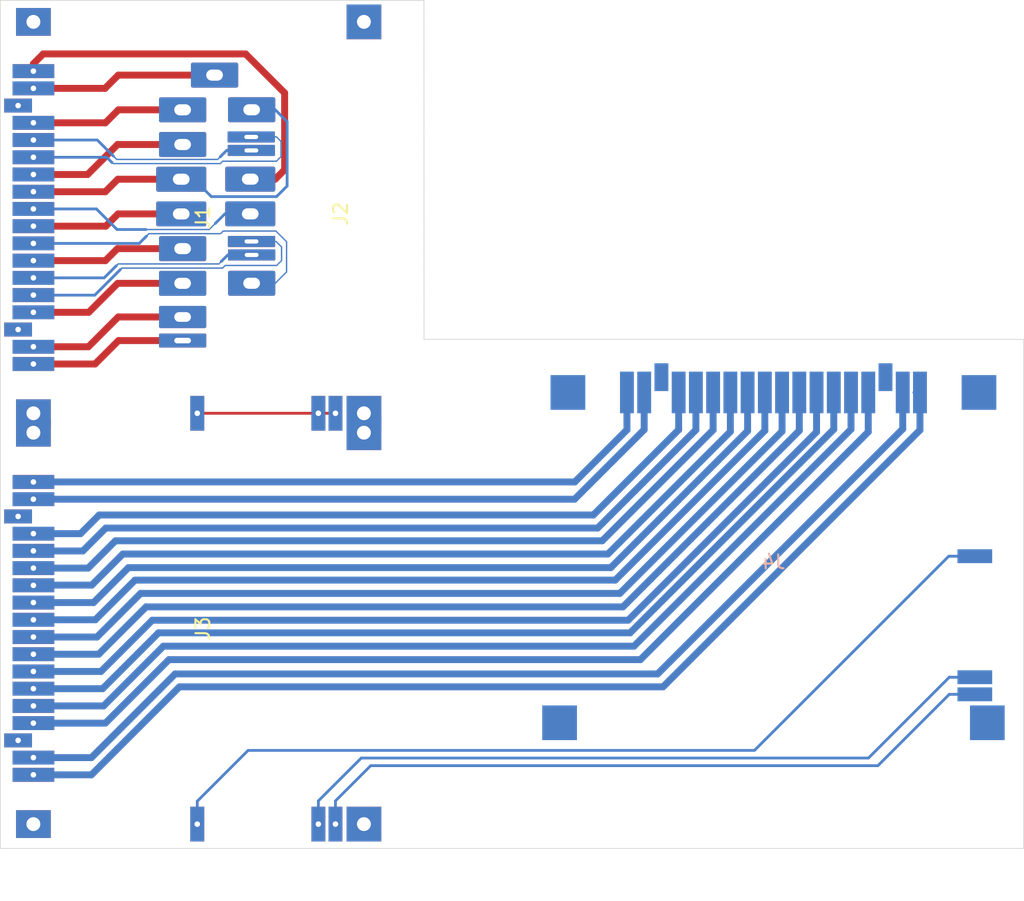
<source format=kicad_pcb>
(kicad_pcb (version 20241229) (generator "pcbnew") (generator_version "9.0")
  (layers (0 "F.Cu" signal) (2 "B.Cu" signal) (13 "F.Paste" user) (15 "B.Paste" user) (5 "F.SilkS" user "F.Silkscreen") (7 "B.SilkS" user "B.Silkscreen") (1 "F.Mask" user) (3 "B.Mask" user) (25 "Edge.Cuts" user))
  (net 0 "")
  (net 1 "Net-(J1-DAT2)")
  (net 2 "Net-(J1-CD{slash}DAT3)")
  (net 3 "Net-(J1-DAT0)")
  (net 4 "Net-(J1-VDD2)")
  (net 5 "Net-(J1-CMD)")
  (net 6 "Net-(J1-DAT1)")
  (net 7 "Net-(J1-VDD)")
  (net 8 "Net-(J1-CLK)")
  (net 9 "Net-(J3-DAT2)")
  (net 10 "Net-(J1-D0-)")
  (net 11 "Net-(J3-DAT1)")
  (net 12 "Net-(J3-CLK)")
  (net 13 "Net-(J3-VDD)")
  (net 14 "Net-(J3-CD{slash}DAT3)")
  (net 15 "Net-(J3-DAT0)")
  (net 16 "Net-(J3-CMD)")
  (net 17 "Net-(J1-VSS4)")
  (net 18 "Net-(J1-Name)")
  (net 19 "Net-(J1-VSS1)")
  (net 20 "Net-(J1-VSS2)")
  (net 21 "Net-(J1-D0+)")
  (net 22 "Net-(J1-D1+)")
  (net 23 "Net-(J1-D1-)")
  (net 24 "Net-(J3-VSS2)")
  (net 25 "Net-(J3-VSS4)")
  (net 26 "Net-(J3-Name)")
  (net 27 "Net-(J3-VSS1)")
  (net 28 "Net-(J3-D0+)")
  (net 29 "Net-(J3-D1-)")
  (net 30 "Net-(J3-D0-)")
  (net 31 "Net-(J3-VDD2)")
  (net 32 "Net-(J3-D1+)")
  (net 33 "Net-(J3-WRITE_PROTECT)")
  (net 34 "Net-(J1-CARD_DETECT)")
  (net 35 "Net-(J3-COMMON)")
  (net 36 "Net-(J3-CARD_DETECT)")
  (footprint "Leica-G9ii:SD_Card_Socket_UHS-II_Extender" (layer "F.Cu") (at 86.78 109.25 90)
    (property "Reference" "J3" (at -0.01 -2.69 90) (layer "F.SilkS"))
    (property "Value" "SD_Card_Device")
    (pad "1" thru_hole rect (at 6.826471 -14.9 90) (size 1 3) (drill 0.4) (layers "*.Cu" "*.Mask") (net 14 "Net-(J3-CD{slash}DAT3)"))
    (pad "2" thru_hole rect (at 3.102941 -14.9 90) (size 1 3) (drill 0.4) (layers "*.Cu" "*.Mask") (net 16 "Net-(J3-CMD)"))
    (pad "3" thru_hole rect (at 1.861765 -14.9 90) (size 1 3) (drill 0.4) (layers "*.Cu" "*.Mask") (net 27 "Net-(J3-VSS1)"))
    (pad "4" thru_hole rect (at -0.620588 -14.9 90) (size 1 3) (drill 0.4) (layers "*.Cu" "*.Mask") (net 13 "Net-(J3-VDD)"))
    (pad "5" thru_hole rect (at -3.102941 -14.9 90) (size 1 3) (drill 0.4) (layers "*.Cu" "*.Mask") (net 12 "Net-(J3-CLK)"))
    (pad "6" thru_hole rect (at -6.826471 -14.9 90) (size 1 3) (drill 0.4) (layers "*.Cu" "*.Mask") (net 24 "Net-(J3-VSS2)"))
    (pad "7" thru_hole rect (at -9.308824 -14.9 90) (size 1 3) (drill 0.4) (layers "*.Cu" "*.Mask") (net 15 "Net-(J3-DAT0)"))
    (pad "8" thru_hole rect (at -10.55 -14.9 90) (size 1 3) (drill 0.4) (layers "*.Cu" "*.Mask") (net 11 "Net-(J3-DAT1)"))
    (pad "9" thru_hole rect (at 9.308824 -14.9 90) (size 1 3) (drill 0.4) (layers "*.Cu" "*.Mask") (net 9 "Net-(J3-DAT2)"))
    (pad "11" thru_hole rect (at 4.344118 -14.9 90) (size 1 3) (drill 0.4) (layers "*.Cu" "*.Mask") (net 28 "Net-(J3-D0+)"))
    (pad "12" thru_hole rect (at 5.585294 -14.9 90) (size 1 3) (drill 0.4) (layers "*.Cu" "*.Mask") (net 30 "Net-(J3-D0-)"))
    (pad "13" thru_hole rect (at 10.55 -14.9 90) (size 1 3) (drill 0.4) (layers "*.Cu" "*.Mask") (net 25 "Net-(J3-VSS4)"))
    (pad "14" thru_hole rect (at 0.620588 -14.9 90) (size 1 3) (drill 0.4) (layers "*.Cu" "*.Mask") (net 31 "Net-(J3-VDD2)"))
    (pad "15" thru_hole rect (at -5.585294 -14.9 90) (size 1 3) (drill 0.4) (layers "*.Cu" "*.Mask") (net 29 "Net-(J3-D1-)"))
    (pad "16" thru_hole rect (at -4.344118 -14.9 90) (size 1 3) (drill 0.4) (layers "*.Cu" "*.Mask") (net 32 "Net-(J3-D1+)"))
    (pad "17" thru_hole rect (at -1.861765 -14.9 90) (size 1 3) (drill 0.4) (layers "*.Cu" "*.Mask") (net 26 "Net-(J3-Name)"))
    (pad "CD" thru_hole rect (at -14.1 -3.1 90) (size 2.5 1) (drill 0.4) (layers "*.Cu" "*.Mask") (net 36 "Net-(J3-CARD_DETECT)"))
    (pad "COM" thru_hole rect (at -14.1 6.85 90) (size 2.5 1) (drill 0.4) (layers "*.Cu" "*.Mask") (net 35 "Net-(J3-COMMON)"))
    (pad "SH" thru_hole rect (at -14.1 -14.9 90) (size 2 2.5) (drill 1) (layers "*.Cu" "*.Mask"))
    (pad "SH" thru_hole rect (at -14.1 8.9 90) (size 2.5 2.5) (drill 1) (layers "*.Cu" "*.Mask"))
    (pad "SH" thru_hole rect (at -8.067647 -16 90) (size 1 2) (drill 0.4) (layers "*.Cu" "*.Mask"))
    (pad "SH" thru_hole rect (at 8.067647 -16 90) (size 1 2) (drill 0.4) (layers "*.Cu" "*.Mask"))
    (pad "SH" thru_hole rect (at 14.1 -14.9 90) (size 2 2.5) (drill 1) (layers "*.Cu" "*.Mask"))
    (pad "SH" thru_hole rect (at 14.1 8.9 90) (size 2.5 2.5) (drill 1) (layers "*.Cu" "*.Mask"))
    (pad "WP" thru_hole rect (at -14.1 5.62 90) (size 2.5 1) (drill 0.4) (layers "*.Cu" "*.Mask") (net 33 "Net-(J3-WRITE_PROTECT)"))
  )
  (footprint "Leica-G9ii:SD_Card_Chip_UHS-II" (layer "F.Cu") (at 80.655 79.377473 90)
    (property "Reference" "J2" (at 0 13.35 90) (layer "F.SilkS"))
    (property "Value" "SD_Card_Device")
    (pad "1" thru_hole roundrect (at 7.49 1.97 90) (size 1.8 3.4) (drill oval 0.8 1.2) (layers "*.Cu" "*.Mask") (roundrect_rratio 0.07142857143) (net 2 "Net-(J1-CD{slash}DAT3)") (clearance 0.05))
    (pad "2" thru_hole roundrect (at 4.99 1.97 90) (size 1.8 3.4) (drill oval 0.8 1.2) (layers "*.Cu" "*.Mask") (roundrect_rratio 0.07142857143) (net 5 "Net-(J1-CMD)") (clearance 0.05))
    (pad "3" thru_hole roundrect (at 2.49 1.87 90) (size 1.8 3.6) (drill oval 0.8 1.2) (layers "*.Cu" "*.Mask") (roundrect_rratio 0.07142857143) (net 19 "Net-(J1-VSS1)") (clearance 0.05))
    (pad "4" thru_hole roundrect (at -0.01 1.87 90) (size 1.8 3.6) (drill oval 0.8 1.2) (layers "*.Cu" "*.Mask") (roundrect_rratio 0.07142857143) (net 7 "Net-(J1-VDD)") (clearance 0.05))
    (pad "5" thru_hole roundrect (at -2.51 1.97 90) (size 1.8 3.4) (drill oval 0.8 1.2) (layers "*.Cu" "*.Mask") (roundrect_rratio 0.07142857143) (net 8 "Net-(J1-CLK)") (clearance 0.05))
    (pad "6" thru_hole roundrect (at -5.01 1.97 90) (size 1.8 3.4) (drill oval 0.8 1.2) (layers "*.Cu" "*.Mask") (roundrect_rratio 0.07142857143) (net 20 "Net-(J1-VSS2)") (clearance 0.05))
    (pad "7" thru_hole roundrect (at -7.435 1.97 90) (size 1.6 3.4) (drill oval 0.7 1.2) (layers "*.Cu" "*.Mask") (roundrect_rratio 0.07142857143) (net 3 "Net-(J1-DAT0)") (clearance 0.05))
    (pad "8" thru_hole roundrect (at -9.135 1.97 90) (size 1 3.4) (drill oval 0.4 1.2) (layers "*.Cu" "*.Mask") (roundrect_rratio 0.07142857143) (net 6 "Net-(J1-DAT1)") (clearance 0.05))
    (pad "9" thru_hole roundrect (at 9.99 4.27 90) (size 1.8 3.4) (drill oval 0.8 1.2) (layers "*.Cu" "*.Mask") (roundrect_rratio 0.07142857143) (net 1 "Net-(J1-DAT2)") (clearance 0.05))
    (pad "10" thru_hole roundrect (at 7.495 6.94 90) (size 1.8 3.4) (drill oval 0.8 1.2) (layers "*.Cu" "*.Mask") (roundrect_rratio 0.07142857143) (net 19 "Net-(J1-VSS1)") (clearance 0.05))
    (pad "11" thru_hole roundrect (at 5.535 6.91 90) (size 0.8 3.4) (drill oval 0.3 1) (layers "*.Cu" "*.Mask") (roundrect_rratio 0.07142857143) (net 21 "Net-(J1-D0+)") (clearance 0.05))
    (pad "12" thru_hole roundrect (at 4.565 6.92 90) (size 0.8 3.4) (drill oval 0.3 1) (layers "*.Cu" "*.Mask") (roundrect_rratio 0.07142857143) (net 10 "Net-(J1-D0-)") (clearance 0.05))
    (pad "13" thru_hole roundrect (at 2.495 6.84 90) (size 1.8 3.6) (drill oval 0.8 1.2) (layers "*.Cu" "*.Mask") (roundrect_rratio 0.07142857143) (net 17 "Net-(J1-VSS4)") (clearance 0.05))
    (pad "14" thru_hole roundrect (at -0.005 6.84 90) (size 1.8 3.6) (drill oval 0.8 1.2) (layers "*.Cu" "*.Mask") (roundrect_rratio 0.07142857143) (net 4 "Net-(J1-VDD2)") (clearance 0.05))
    (pad "15" thru_hole roundrect (at -1.995 6.93 90) (size 0.8 3.4) (drill oval 0.3 1) (layers "*.Cu" "*.Mask") (roundrect_rratio 0.07142857143) (net 23 "Net-(J1-D1-)") (clearance 0.05))
    (pad "16" thru_hole roundrect (at -2.965 6.94 90) (size 0.8 3.4) (drill oval 0.3 1) (layers "*.Cu" "*.Mask") (roundrect_rratio 0.07142857143) (net 22 "Net-(J1-D1+)") (clearance 0.05))
    (pad "17" thru_hole roundrect (at -5.005 6.94 90) (size 1.8 3.4) (drill oval 0.8 1.2) (layers "*.Cu" "*.Mask") (roundrect_rratio 0.07142857143) (net 18 "Net-(J1-Name)") (clearance 0.05))
  )
  (footprint "Leica-G9ii:SD_Card_Socket_UHS-II_Extender" (layer "F.Cu") (at 86.78 79.65 90)
    (property "Reference" "J1" (at -0.01 -2.69 90) (layer "F.SilkS"))
    (property "Value" "SD_Card_Device")
    (pad "1" thru_hole rect (at 6.826471 -14.9 90) (size 1 3) (drill 0.4) (layers "*.Cu" "*.Mask") (net 2 "Net-(J1-CD{slash}DAT3)"))
    (pad "2" thru_hole rect (at 3.102941 -14.9 90) (size 1 3) (drill 0.4) (layers "*.Cu" "*.Mask") (net 5 "Net-(J1-CMD)"))
    (pad "3" thru_hole rect (at 1.861765 -14.9 90) (size 1 3) (drill 0.4) (layers "*.Cu" "*.Mask") (net 19 "Net-(J1-VSS1)"))
    (pad "4" thru_hole rect (at -0.620588 -14.9 90) (size 1 3) (drill 0.4) (layers "*.Cu" "*.Mask") (net 7 "Net-(J1-VDD)"))
    (pad "5" thru_hole rect (at -3.102941 -14.9 90) (size 1 3) (drill 0.4) (layers "*.Cu" "*.Mask") (net 8 "Net-(J1-CLK)"))
    (pad "6" thru_hole rect (at -6.826471 -14.9 90) (size 1 3) (drill 0.4) (layers "*.Cu" "*.Mask") (net 20 "Net-(J1-VSS2)"))
    (pad "7" thru_hole rect (at -9.308824 -14.9 90) (size 1 3) (drill 0.4) (layers "*.Cu" "*.Mask") (net 3 "Net-(J1-DAT0)"))
    (pad "8" thru_hole rect (at -10.55 -14.9 90) (size 1 3) (drill 0.4) (layers "*.Cu" "*.Mask") (net 6 "Net-(J1-DAT1)"))
    (pad "9" thru_hole rect (at 9.308824 -14.9 90) (size 1 3) (drill 0.4) (layers "*.Cu" "*.Mask") (net 1 "Net-(J1-DAT2)"))
    (pad "11" thru_hole rect (at 4.344118 -14.9 90) (size 1 3) (drill 0.4) (layers "*.Cu" "*.Mask") (net 21 "Net-(J1-D0+)"))
    (pad "12" thru_hole rect (at 5.585294 -14.9 90) (size 1 3) (drill 0.4) (layers "*.Cu" "*.Mask") (net 10 "Net-(J1-D0-)"))
    (pad "13" thru_hole rect (at 10.55 -14.9 90) (size 1 3) (drill 0.4) (layers "*.Cu" "*.Mask") (net 17 "Net-(J1-VSS4)"))
    (pad "14" thru_hole rect (at 0.620588 -14.9 90) (size 1 3) (drill 0.4) (layers "*.Cu" "*.Mask") (net 4 "Net-(J1-VDD2)"))
    (pad "15" thru_hole rect (at -5.585294 -14.9 90) (size 1 3) (drill 0.4) (layers "*.Cu" "*.Mask") (net 23 "Net-(J1-D1-)"))
    (pad "16" thru_hole rect (at -4.344118 -14.9 90) (size 1 3) (drill 0.4) (layers "*.Cu" "*.Mask") (net 22 "Net-(J1-D1+)"))
    (pad "17" thru_hole rect (at -1.861765 -14.9 90) (size 1 3) (drill 0.4) (layers "*.Cu" "*.Mask") (net 18 "Net-(J1-Name)"))
    (pad "CD" thru_hole rect (at -14.1 -3.1 90) (size 2.5 1) (drill 0.4) (layers "*.Cu" "*.Mask") (net 34 "Net-(J1-CARD_DETECT)"))
    (pad "COM" thru_hole rect (at -14.1 6.85 90) (size 2.5 1) (drill 0.4) (layers "*.Cu" "*.Mask") (net 34 "Net-(J1-CARD_DETECT)"))
    (pad "SH" thru_hole rect (at -14.1 -14.9 90) (size 2 2.5) (drill 1) (layers "*.Cu" "*.Mask"))
    (pad "SH" thru_hole rect (at -14.1 8.9 90) (size 2.5 2.5) (drill 1) (layers "*.Cu" "*.Mask"))
    (pad "SH" thru_hole rect (at -8.067647 -16 90) (size 1 2) (drill 0.4) (layers "*.Cu" "*.Mask"))
    (pad "SH" thru_hole rect (at 8.067647 -16 90) (size 1 2) (drill 0.4) (layers "*.Cu" "*.Mask"))
    (pad "SH" thru_hole rect (at 14.1 -14.9 90) (size 2 2.5) (drill 1) (layers "*.Cu" "*.Mask"))
    (pad "SH" thru_hole rect (at 14.1 8.9 90) (size 2.5 2.5) (drill 1) (layers "*.Cu" "*.Mask"))
    (pad "WP" thru_hole rect (at -14.1 5.62 90) (size 2.5 1) (drill 0.4) (layers "*.Cu" "*.Mask") (net 34 "Net-(J1-CARD_DETECT)"))
  )
  (footprint "Leica-G9ii:SD_Card_Socket_UHS-II_HTK_AXA573062" (layer "B.Cu") (at 125.17 107.15 180)
    (property "Reference" "J4" (at -0.01 2.69 0) (layer "B.SilkS") (effects (justify mirror)))
    (property "Value" "SD_Card_Device")
    (pad "1" smd rect (at 6.826471 14.9 180) (size 1 3) (layers "B.Cu" "B.Mask" "B.Paste") (net 14 "Net-(J3-CD{slash}DAT3)"))
    (pad "2" smd rect (at 3.102941 14.9 180) (size 1 3) (layers "B.Cu" "B.Mask" "B.Paste") (net 16 "Net-(J3-CMD)"))
    (pad "3" smd rect (at 1.861765 14.9 180) (size 1 3) (layers "B.Cu" "B.Mask" "B.Paste") (net 27 "Net-(J3-VSS1)"))
    (pad "4" smd rect (at -0.620588 14.9 180) (size 1 3) (layers "B.Cu" "B.Mask" "B.Paste") (net 13 "Net-(J3-VDD)"))
    (pad "5" smd rect (at -3.102941 14.9 180) (size 1 3) (layers "B.Cu" "B.Mask" "B.Paste") (net 12 "Net-(J3-CLK)"))
    (pad "6" smd rect (at -6.826471 14.9 180) (size 1 3) (layers "B.Cu" "B.Mask" "B.Paste") (net 24 "Net-(J3-VSS2)"))
    (pad "7" smd rect (at -9.308824 14.9 180) (size 1 3) (layers "B.Cu" "B.Mask" "B.Paste") (net 15 "Net-(J3-DAT0)"))
    (pad "8" smd rect (at -10.55 14.9 180) (size 1 3) (layers "B.Cu" "B.Mask" "B.Paste") (net 11 "Net-(J3-DAT1)"))
    (pad "9" smd rect (at 9.308824 14.9 180) (size 1 3) (layers "B.Cu" "B.Mask" "B.Paste") (net 9 "Net-(J3-DAT2)"))
    (pad "11" smd rect (at 4.344118 14.9 180) (size 1 3) (layers "B.Cu" "B.Mask" "B.Paste") (net 28 "Net-(J3-D0+)"))
    (pad "12" smd rect (at 5.585294 14.9 180) (size 1 3) (layers "B.Cu" "B.Mask" "B.Paste") (net 30 "Net-(J3-D0-)"))
    (pad "13" smd rect (at 10.55 14.9 180) (size 1 3) (layers "B.Cu" "B.Mask" "B.Paste") (net 25 "Net-(J3-VSS4)"))
    (pad "14" smd rect (at 0.620588 14.9 180) (size 1 3) (layers "B.Cu" "B.Mask" "B.Paste") (net 31 "Net-(J3-VDD2)"))
    (pad "15" smd rect (at -5.585294 14.9 180) (size 1 3) (layers "B.Cu" "B.Mask" "B.Paste") (net 29 "Net-(J3-D1-)"))
    (pad "16" smd rect (at -4.344118 14.9 180) (size 1 3) (layers "B.Cu" "B.Mask" "B.Paste") (net 32 "Net-(J3-D1+)"))
    (pad "17" smd rect (at -1.861765 14.9 180) (size 1 3) (layers "B.Cu" "B.Mask" "B.Paste") (net 26 "Net-(J3-Name)"))
    (pad "CD" smd rect (at -14.5 3.1 180) (size 2.5 1) (layers "B.Cu" "B.Mask" "B.Paste") (net 36 "Net-(J3-CARD_DETECT)"))
    (pad "COM" smd rect (at -14.5 -6.85 180) (size 2.5 1) (layers "B.Cu" "B.Mask" "B.Paste") (net 35 "Net-(J3-COMMON)"))
    (pad "SH" smd rect (at -15.4 -8.9 180) (size 2.5 2.5) (layers "B.Cu" "B.Mask" "B.Paste"))
    (pad "SH" smd rect (at -14.8 14.9 180) (size 2.5 2.5) (layers "B.Cu" "B.Mask" "B.Paste"))
    (pad "SH" smd rect (at -8.067647 16 180) (size 1 2) (layers "B.Cu" "B.Mask" "B.Paste"))
    (pad "SH" smd rect (at 8.067647 16 180) (size 1 2) (layers "B.Cu" "B.Mask" "B.Paste"))
    (pad "SH" smd rect (at 14.8 14.9 180) (size 2.5 2.5) (layers "B.Cu" "B.Mask" "B.Paste"))
    (pad "SH" smd rect (at 15.4 -8.9 180) (size 2.5 2.5) (layers "B.Cu" "B.Mask" "B.Paste"))
    (pad "WP" smd rect (at -14.5 -5.62 180) (size 2.5 1) (layers "B.Cu" "B.Mask" "B.Paste") (net 33 "Net-(J3-WRITE_PROTECT)"))
  )
  (gr_line (start 69.5 125.1) (end 143.19 125.1) (stroke (width 0.05)) (layer "Edge.Cuts"))
  (gr_line (start 69.5 64) (end 69.5 125.1) (stroke (width 0.05)) (layer "Edge.Cuts"))
  (gr_line (start 69.5 64) (end 100 64) (stroke (width 0.05)) (layer "Edge.Cuts"))
  (gr_line (start 143.19 88.43) (end 143.19 125.1) (stroke (width 0.05)) (layer "Edge.Cuts"))
  (gr_line (start 100.01 88.43) (end 143.19 88.43) (stroke (width 0.05)) (layer "Edge.Cuts"))
  (gr_line (start 100 64) (end 100.01 88.43) (stroke (width 0.05)) (layer "Edge.Cuts"))
  (segment (start 77.992527 69.387473) (end 84.925 69.387473) (width 0.5) (layer "F.Cu") (net 1))
  (segment (start 71.88 70.341176) (end 77.038824 70.341176) (width 0.5) (layer "F.Cu") (net 1))
  (segment (start 77.038824 70.341176) (end 77.992527 69.387473) (width 0.5) (layer "F.Cu") (net 1))
  (segment (start 71.88 72.823529) (end 77.066471 72.823529) (width 0.5) (layer "F.Cu") (net 2))
  (segment (start 78.002527 71.887473) (end 82.625 71.887473) (width 0.5) (layer "F.Cu") (net 2))
  (segment (start 77.066471 72.823529) (end 78.002527 71.887473) (width 0.5) (layer "F.Cu") (net 2))
  (segment (start 71.88 88.958824) (end 75.841656 88.958824) (width 0.5) (layer "F.Cu") (net 3))
  (segment (start 75.841656 88.958824) (end 77.988007 86.812473) (width 0.5) (layer "F.Cu") (net 3))
  (segment (start 77.988007 86.812473) (end 82.625 86.812473) (width 0.5) (layer "F.Cu") (net 3))
  (segment (start 84.98 80.07) (end 85.667527 79.382473) (width 0.2) (layer "B.Cu") (net 4))
  (segment (start 84.98 80.07) (end 84.54 80.51) (width 0.1) (layer "B.Cu") (net 4))
  (segment (start 77.9 80.51) (end 76.419412 79.029412) (width 0.2) (layer "B.Cu") (net 4))
  (segment (start 76.419412 79.029412) (end 71.88 79.029412) (width 0.2) (layer "B.Cu") (net 4))
  (segment (start 80 80.51) (end 77.9 80.51) (width 0.2) (layer "B.Cu") (net 4))
  (segment (start 84.54 80.51) (end 80 80.51) (width 0.1) (layer "B.Cu") (net 4))
  (segment (start 85.667527 79.382473) (end 87.495 79.382473) (width 0.2) (layer "B.Cu") (net 4))
  (segment (start 77.942527 74.387473) (end 82.625 74.387473) (width 0.5) (layer "F.Cu") (net 5))
  (segment (start 71.88 76.547059) (end 75.782941 76.547059) (width 0.5) (layer "F.Cu") (net 5))
  (segment (start 75.782941 76.547059) (end 77.942527 74.387473) (width 0.5) (layer "F.Cu") (net 5))
  (segment (start 71.88 90.2) (end 76.320688 90.2) (width 0.5) (layer "F.Cu") (net 6))
  (segment (start 78.008215 88.512473) (end 82.625 88.512473) (width 0.5) (layer "F.Cu") (net 6))
  (segment (start 76.320688 90.2) (end 78.008215 88.512473) (width 0.5) (layer "F.Cu") (net 6))
  (segment (start 77.972527 79.387473) (end 82.525 79.387473) (width 0.5) (layer "F.Cu") (net 7))
  (segment (start 71.88 80.270588) (end 77.089412 80.270588) (width 0.5) (layer "F.Cu") (net 7))
  (segment (start 77.089412 80.270588) (end 77.972527 79.387473) (width 0.5) (layer "F.Cu") (net 7))
  (segment (start 77.067059 82.752941) (end 77.932527 81.887473) (width 0.5) (layer "F.Cu") (net 8))
  (segment (start 77.932527 81.887473) (end 82.625 81.887473) (width 0.5) (layer "F.Cu") (net 8))
  (segment (start 71.88 82.752941) (end 77.067059 82.752941) (width 0.5) (layer "F.Cu") (net 8))
  (segment (start 110.848824 99.941176) (end 115.861176 94.928824) (width 0.5) (layer "B.Cu") (net 9))
  (segment (start 115.861176 94.928824) (end 115.861176 92.25) (width 0.5) (layer "B.Cu") (net 9))
  (segment (start 71.88 99.941176) (end 110.848824 99.941176) (width 0.5) (layer "B.Cu") (net 9))
  (segment (start 85.33 75.28) (end 85.797527 74.812473) (width 0.2) (layer "B.Cu") (net 10))
  (segment (start 77.655 75.235) (end 76.484706 74.064706) (width 0.2) (layer "B.Cu") (net 10))
  (segment (start 85.15 75.46) (end 77.88 75.46) (width 0.1) (layer "B.Cu") (net 10))
  (segment (start 85.33 75.28) (end 85.15 75.46) (width 0.1) (layer "B.Cu") (net 10))
  (segment (start 77.88 75.46) (end 77.655 75.235) (width 0.1) (layer "B.Cu") (net 10))
  (segment (start 76.484706 74.064706) (end 71.88 74.064706) (width 0.2) (layer "B.Cu") (net 10))
  (segment (start 85.797527 74.812473) (end 87.575 74.812473) (width 0.2) (layer "B.Cu") (net 10))
  (segment (start 71.88 119.8) (end 76.06 119.8) (width 0.5) (layer "B.Cu") (net 11))
  (segment (start 135.72 92.25) (end 135.279824 92.25) (width 0.2) (layer "B.Cu") (net 11))
  (segment (start 135.72 94.96) (end 135.72 92.25) (width 0.5) (layer "B.Cu") (net 11))
  (segment (start 117.22 113.46) (end 135.72 94.96) (width 0.5) (layer "B.Cu") (net 11))
  (segment (start 76.06 119.8) (end 82.4 113.46) (width 0.5) (layer "B.Cu") (net 11))
  (segment (start 82.4 113.46) (end 117.22 113.46) (width 0.5) (layer "B.Cu") (net 11))
  (segment (start 80.44 108.66) (end 114.71 108.66) (width 0.5) (layer "B.Cu") (net 12))
  (segment (start 128.272941 95.097059) (end 128.272941 92.25) (width 0.5) (layer "B.Cu") (net 12))
  (segment (start 114.71 108.66) (end 128.272941 95.097059) (width 0.5) (layer "B.Cu") (net 12))
  (segment (start 71.88 112.352941) (end 76.747059 112.352941) (width 0.5) (layer "B.Cu") (net 12))
  (segment (start 76.747059 112.352941) (end 80.44 108.66) (width 0.5) (layer "B.Cu") (net 12))
  (segment (start 79.6 106.73) (end 114.11 106.73) (width 0.5) (layer "B.Cu") (net 13))
  (segment (start 76.459412 109.870588) (end 79.6 106.73) (width 0.5) (layer "B.Cu") (net 13))
  (segment (start 125.790588 95.049412) (end 125.790588 92.25) (width 0.5) (layer "B.Cu") (net 13))
  (segment (start 71.88 109.870588) (end 76.459412 109.870588) (width 0.5) (layer "B.Cu") (net 13))
  (segment (start 114.11 106.73) (end 125.790588 95.049412) (width 0.5) (layer "B.Cu") (net 13))
  (segment (start 112.2 101.08) (end 118.343529 94.936471) (width 0.5) (layer "B.Cu") (net 14))
  (segment (start 71.88 102.423529) (end 75.276471 102.423529) (width 0.5) (layer "B.Cu") (net 14))
  (segment (start 75.276471 102.423529) (end 76.62 101.08) (width 0.5) (layer "B.Cu") (net 14))
  (segment (start 76.62 101.08) (end 112.2 101.08) (width 0.5) (layer "B.Cu") (net 14))
  (segment (start 118.343529 94.936471) (end 118.343529 92.25) (width 0.5) (layer "B.Cu") (net 14))
  (segment (start 116.83 112.53) (end 82.09 112.53) (width 0.5) (layer "B.Cu") (net 15))
  (segment (start 82.09 112.53) (end 76.061176 118.558824) (width 0.5) (layer "B.Cu") (net 15))
  (segment (start 134.478824 92.25) (end 134.478824 94.881176) (width 0.5) (layer "B.Cu") (net 15))
  (segment (start 76.061176 118.558824) (end 71.88 118.558824) (width 0.5) (layer "B.Cu") (net 15))
  (segment (start 134.478824 94.881176) (end 116.83 112.53) (width 0.5) (layer "B.Cu") (net 15))
  (segment (start 78.32 103.89) (end 113.25 103.89) (width 0.5) (layer "B.Cu") (net 16))
  (segment (start 71.88 106.147059) (end 71.897059 106.13) (width 0.5) (layer "B.Cu") (net 16))
  (segment (start 76.08 106.13) (end 78.32 103.89) (width 0.5) (layer "B.Cu") (net 16))
  (segment (start 122.067059 95.072941) (end 122.067059 92.25) (width 0.5) (layer "B.Cu") (net 16))
  (segment (start 113.25 103.89) (end 122.067059 95.072941) (width 0.5) (layer "B.Cu") (net 16))
  (segment (start 71.897059 106.13) (end 76.08 106.13) (width 0.5) (layer "B.Cu") (net 16))
  (segment (start 89.97 70.67) (end 89.97 76.207473) (width 0.5) (layer "F.Cu") (net 17))
  (segment (start 71.88 68.57) (end 72.59 67.86) (width 0.5) (layer "F.Cu") (net 17))
  (segment (start 89.97 76.207473) (end 89.295 76.882473) (width 0.5) (layer "F.Cu") (net 17))
  (segment (start 87.16 67.86) (end 89.97 70.67) (width 0.5) (layer "F.Cu") (net 17))
  (segment (start 71.88 69.1) (end 71.88 68.57) (width 0.5) (layer "F.Cu") (net 17))
  (segment (start 72.59 67.86) (end 87.16 67.86) (width 0.5) (layer "F.Cu") (net 17))
  (segment (start 89.295 76.882473) (end 87.495 76.882473) (width 0.5) (layer "F.Cu") (net 17))
  (segment (start 80.0255 80.9855) (end 80.201 80.81) (width 0.1) (layer "B.Cu") (net 18))
  (segment (start 90.11 83.567473) (end 89.295 84.382473) (width 0.1) (layer "B.Cu") (net 18))
  (segment (start 85.55 80.62) (end 89.34 80.62) (width 0.1) (layer "B.Cu") (net 18))
  (segment (start 79.499235 81.511765) (end 80.0255 80.9855) (width 0.2) (layer "B.Cu") (net 18))
  (segment (start 90.11 81.39) (end 90.11 83.567473) (width 0.1) (layer "B.Cu") (net 18))
  (segment (start 89.295 84.382473) (end 87.595 84.382473) (width 0.1) (layer "B.Cu") (net 18))
  (segment (start 85.36 80.81) (end 85.55 80.62) (width 0.1) (layer "B.Cu") (net 18))
  (segment (start 89.34 80.62) (end 90.11 81.39) (width 0.1) (layer "B.Cu") (net 18))
  (segment (start 80.201 80.81) (end 85.36 80.81) (width 0.1) (layer "B.Cu") (net 18))
  (segment (start 71.88 81.511765) (end 79.499235 81.511765) (width 0.2) (layer "B.Cu") (net 18))
  (segment (start 77.962527 76.887473) (end 82.525 76.887473) (width 0.5) (layer "F.Cu") (net 19))
  (segment (start 71.88 77.788235) (end 77.061765 77.788235) (width 0.5) (layer "F.Cu") (net 19))
  (segment (start 77.061765 77.788235) (end 77.962527 76.887473) (width 0.5) (layer "F.Cu") (net 19))
  (segment (start 89.295 71.882473) (end 87.595 71.882473) (width 0.2) (layer "B.Cu") (net 19))
  (segment (start 82.525 76.887473) (end 83.437473 76.887473) (width 0.2) (layer "B.Cu") (net 19))
  (segment (start 90.15 77.38) (end 90.15 72.737473) (width 0.2) (layer "B.Cu") (net 19))
  (segment (start 84.69 78.14) (end 89.39 78.14) (width 0.2) (layer "B.Cu") (net 19))
  (segment (start 83.437473 76.887473) (end 84.69 78.14) (width 0.2) (layer "B.Cu") (net 19))
  (segment (start 89.39 78.14) (end 90.15 77.38) (width 0.2) (layer "B.Cu") (net 19))
  (segment (start 90.15 72.737473) (end 89.295 71.882473) (width 0.2) (layer "B.Cu") (net 19))
  (segment (start 75.863529 86.476471) (end 77.952527 84.387473) (width 0.5) (layer "F.Cu") (net 20))
  (segment (start 71.88 86.476471) (end 75.863529 86.476471) (width 0.5) (layer "F.Cu") (net 20))
  (segment (start 77.952527 84.387473) (end 82.625 84.387473) (width 0.5) (layer "F.Cu") (net 20))
  (segment (start 77.158782 75.305882) (end 71.88 75.305882) (width 0.2) (layer "B.Cu") (net 21))
  (segment (start 85.345388 75.761) (end 85.516388 75.59) (width 0.1) (layer "B.Cu") (net 21))
  (segment (start 77.64 75.76) (end 77.754322 75.76) (width 0.1) (layer "B.Cu") (net 21))
  (segment (start 77.53 75.6771) (end 77.158782 75.305882) (width 0.2) (layer "B.Cu") (net 21))
  (segment (start 77.755322 75.761) (end 85.345388 75.761) (width 0.1) (layer "B.Cu") (net 21))
  (segment (start 77.53 75.68) (end 77.56 75.68) (width 0.1) (layer "B.Cu") (net 21))
  (segment (start 89.71 75.26) (end 89.71 74.16) (width 0.1) (layer "B.Cu") (net 21))
  (segment (start 77.754322 75.76) (end 77.755322 75.761) (width 0.1) (layer "B.Cu") (net 21))
  (segment (start 89.392473 73.842473) (end 87.565 73.842473) (width 0.1) (layer "B.Cu") (net 21))
  (segment (start 77.53 75.68) (end 77.53 75.6771) (width 0.2) (layer "B.Cu") (net 21))
  (segment (start 89.38 75.59) (end 89.71 75.26) (width 0.1) (layer "B.Cu") (net 21))
  (segment (start 89.71 74.16) (end 89.392473 73.842473) (width 0.1) (layer "B.Cu") (net 21))
  (segment (start 77.56 75.68) (end 77.64 75.76) (width 0.1) (layer "B.Cu") (net 21))
  (segment (start 85.516388 75.59) (end 89.38 75.59) (width 0.1) (layer "B.Cu") (net 21))
  (segment (start 85.24 82.99) (end 85.42 82.81) (width 0.1) (layer "B.Cu") (net 22))
  (segment (start 85.42 82.81) (end 85.42 82.8) (width 0.2) (layer "B.Cu") (net 22))
  (segment (start 77.85 83.12) (end 76.975882 83.994118) (width 0.2) (layer "B.Cu") (net 22))
  (segment (start 85.877527 82.342473) (end 87.595 82.342473) (width 0.2) (layer "B.Cu") (net 22))
  (segment (start 77.98 82.99) (end 85.24 82.99) (width 0.1) (layer "B.Cu") (net 22))
  (segment (start 77.85 83.12) (end 77.98 82.99) (width 0.1) (layer "B.Cu") (net 22))
  (segment (start 76.975882 83.994118) (end 71.88 83.994118) (width 0.2) (layer "B.Cu") (net 22))
  (segment (start 85.42 82.8) (end 85.877527 82.342473) (width 0.2) (layer "B.Cu") (net 22))
  (segment (start 89.4 83.1) (end 89.75 82.75) (width 0.1) (layer "B.Cu") (net 23))
  (segment (start 89.75 81.77) (end 89.352473 81.372473) (width 0.1) (layer "B.Cu") (net 23))
  (segment (start 78.2461 83.291) (end 85.499 83.291) (width 0.1) (layer "B.Cu") (net 23))
  (segment (start 85.69 83.1) (end 89.4 83.1) (width 0.1) (layer "B.Cu") (net 23))
  (segment (start 89.352473 81.372473) (end 87.585 81.372473) (width 0.1) (layer "B.Cu") (net 23))
  (segment (start 89.75 82.75) (end 89.75 81.77) (width 0.1) (layer "B.Cu") (net 23))
  (segment (start 78.1461 83.391) (end 78.2461 83.291) (width 0.1) (layer "B.Cu") (net 23))
  (segment (start 71.88 85.235294) (end 71.884706 85.24) (width 0.2) (layer "B.Cu") (net 23))
  (segment (start 76.2971 85.24) (end 78.1461 83.391) (width 0.2) (layer "B.Cu") (net 23))
  (segment (start 85.499 83.291) (end 85.69 83.1) (width 0.1) (layer "B.Cu") (net 23))
  (segment (start 71.884706 85.24) (end 76.2971 85.24) (width 0.2) (layer "B.Cu") (net 23))
  (segment (start 131.996471 95.093529) (end 131.996471 92.25) (width 0.5) (layer "B.Cu") (net 24))
  (segment (start 81.64 111.5) (end 115.59 111.5) (width 0.5) (layer "B.Cu") (net 24))
  (segment (start 115.59 111.5) (end 131.996471 95.093529) (width 0.5) (layer "B.Cu") (net 24))
  (segment (start 71.88 116.076471) (end 77.063529 116.076471) (width 0.5) (layer "B.Cu") (net 24))
  (segment (start 77.063529 116.076471) (end 81.64 111.5) (width 0.5) (layer "B.Cu") (net 24))
  (segment (start 114.62 94.94) (end 110.86 98.7) (width 0.5) (layer "B.Cu") (net 25))
  (segment (start 114.62 92.25) (end 114.62 94.94) (width 0.5) (layer "B.Cu") (net 25))
  (segment (start 110.86 98.7) (end 71.88 98.7) (width 0.5) (layer "B.Cu") (net 25))
  (segment (start 114.33 107.7) (end 127.031765 94.998235) (width 0.5) (layer "B.Cu") (net 26))
  (segment (start 71.88 111.111765) (end 76.578235 111.111765) (width 0.5) (layer "B.Cu") (net 26))
  (segment (start 79.99 107.7) (end 114.33 107.7) (width 0.5) (layer "B.Cu") (net 26))
  (segment (start 127.031765 94.998235) (end 127.031765 92.25) (width 0.5) (layer "B.Cu") (net 26))
  (segment (start 76.578235 111.111765) (end 79.99 107.7) (width 0.5) (layer "B.Cu") (net 26))
  (segment (start 113.46 104.87) (end 123.308235 95.021765) (width 0.5) (layer "B.Cu") (net 27))
  (segment (start 76.211765 107.388235) (end 78.73 104.87) (width 0.5) (layer "B.Cu") (net 27))
  (segment (start 78.73 104.87) (end 113.46 104.87) (width 0.5) (layer "B.Cu") (net 27))
  (segment (start 123.308235 95.021765) (end 123.308235 92.25) (width 0.5) (layer "B.Cu") (net 27))
  (segment (start 71.88 107.388235) (end 76.211765 107.388235) (width 0.5) (layer "B.Cu") (net 27))
  (segment (start 75.824118 104.905882) (end 71.88 104.905882) (width 0.5) (layer "B.Cu") (net 28))
  (segment (start 77.79 102.94) (end 75.824118 104.905882) (width 0.5) (layer "B.Cu") (net 28))
  (segment (start 120.825882 92.25) (end 120.825882 94.954118) (width 0.5) (layer "B.Cu") (net 28))
  (segment (start 112.84 102.94) (end 77.79 102.94) (width 0.5) (layer "B.Cu") (net 28))
  (segment (start 120.825882 94.954118) (end 112.84 102.94) (width 0.5) (layer "B.Cu") (net 28))
  (segment (start 130.755294 94.904706) (end 130.755294 92.25) (width 0.5) (layer "B.Cu") (net 29))
  (segment (start 115.13 110.53) (end 130.755294 94.904706) (width 0.5) (layer "B.Cu") (net 29))
  (segment (start 81.24 110.53) (end 115.13 110.53) (width 0.5) (layer "B.Cu") (net 29))
  (segment (start 71.88 114.835294) (end 76.934706 114.835294) (width 0.5) (layer "B.Cu") (net 29))
  (segment (start 76.934706 114.835294) (end 81.24 110.53) (width 0.5) (layer "B.Cu") (net 29))
  (segment (start 71.885294 103.67) (end 75.44 103.67) (width 0.5) (layer "B.Cu") (net 30))
  (segment (start 77.09 102.02) (end 112.51 102.02) (width 0.5) (layer "B.Cu") (net 30))
  (segment (start 112.51 102.02) (end 119.584706 94.945294) (width 0.5) (layer "B.Cu") (net 30))
  (segment (start 119.584706 94.945294) (end 119.584706 92.25) (width 0.5) (layer "B.Cu") (net 30))
  (segment (start 75.44 103.67) (end 77.09 102.02) (width 0.5) (layer "B.Cu") (net 30))
  (segment (start 76.340588 108.629412) (end 79.2 105.77) (width 0.5) (layer "B.Cu") (net 31))
  (segment (start 71.88 108.629412) (end 76.340588 108.629412) (width 0.5) (layer "B.Cu") (net 31))
  (segment (start 124.549412 95.000588) (end 124.549412 92.25) (width 0.5) (layer "B.Cu") (net 31))
  (segment (start 113.78 105.77) (end 124.549412 95.000588) (width 0.5) (layer "B.Cu") (net 31))
  (segment (start 79.2 105.77) (end 113.78 105.77) (width 0.5) (layer "B.Cu") (net 31))
  (segment (start 80.89 109.57) (end 114.85 109.57) (width 0.5) (layer "B.Cu") (net 32))
  (segment (start 71.88 113.594118) (end 76.865882 113.594118) (width 0.5) (layer "B.Cu") (net 32))
  (segment (start 114.85 109.57) (end 129.514118 94.905882) (width 0.5) (layer "B.Cu") (net 32))
  (segment (start 129.514118 94.905882) (end 129.514118 92.25) (width 0.5) (layer "B.Cu") (net 32))
  (segment (start 76.865882 113.594118) (end 80.89 109.57) (width 0.5) (layer "B.Cu") (net 32))
  (segment (start 137.83 112.77) (end 139.67 112.77) (width 0.2) (layer "B.Cu") (net 33))
  (segment (start 92.4 121.68) (end 95.49 118.59) (width 0.2) (layer "B.Cu") (net 33))
  (segment (start 95.49 118.59) (end 132.01 118.59) (width 0.2) (layer "B.Cu") (net 33))
  (segment (start 92.4 123.35) (end 92.4 121.68) (width 0.2) (layer "B.Cu") (net 33))
  (segment (start 132.01 118.59) (end 137.83 112.77) (width 0.2) (layer "B.Cu") (net 33))
  (segment (start 92.4 93.75) (end 93.63 93.75) (width 0.2) (layer "F.Cu") (net 34))
  (segment (start 92.4 93.75) (end 83.68 93.75) (width 0.2) (layer "F.Cu") (net 34))
  (segment (start 93.63 92.628) (end 93.63 93.75) (width 0.2) (layer "F.Cu") (net 34))
  (segment (start 93.63 123.35) (end 93.63 121.68) (width 0.2) (layer "B.Cu") (net 35))
  (segment (start 132.69 119.14) (end 137.83 114) (width 0.2) (layer "B.Cu") (net 35))
  (segment (start 93.63 121.68) (end 96.17 119.14) (width 0.2) (layer "B.Cu") (net 35))
  (segment (start 137.83 114) (end 139.67 114) (width 0.2) (layer "B.Cu") (net 35))
  (segment (start 96.17 119.14) (end 132.69 119.14) (width 0.2) (layer "B.Cu") (net 35))
  (segment (start 137.79 104.05) (end 139.67 104.05) (width 0.2) (layer "B.Cu") (net 36))
  (segment (start 83.68 121.7) (end 87.34 118.04) (width 0.2) (layer "B.Cu") (net 36))
  (segment (start 123.8 118.04) (end 137.79 104.05) (width 0.2) (layer "B.Cu") (net 36))
  (segment (start 83.68 123.35) (end 83.68 121.7) (width 0.2) (layer "B.Cu") (net 36))
  (segment (start 87.34 118.04) (end 123.8 118.04) (width 0.2) (layer "B.Cu") (net 36))
)
</source>
